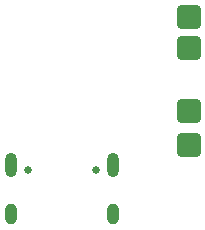
<source format=gbr>
%TF.GenerationSoftware,KiCad,Pcbnew,8.0.3-8.0.3-0~ubuntu24.04.1*%
%TF.CreationDate,2024-07-12T17:05:18+02:00*%
%TF.ProjectId,erace-rx-v2,65726163-652d-4727-982d-76322e6b6963,rev?*%
%TF.SameCoordinates,Original*%
%TF.FileFunction,Soldermask,Bot*%
%TF.FilePolarity,Negative*%
%FSLAX46Y46*%
G04 Gerber Fmt 4.6, Leading zero omitted, Abs format (unit mm)*
G04 Created by KiCad (PCBNEW 8.0.3-8.0.3-0~ubuntu24.04.1) date 2024-07-12 17:05:18*
%MOMM*%
%LPD*%
G01*
G04 APERTURE LIST*
G04 Aperture macros list*
%AMRoundRect*
0 Rectangle with rounded corners*
0 $1 Rounding radius*
0 $2 $3 $4 $5 $6 $7 $8 $9 X,Y pos of 4 corners*
0 Add a 4 corners polygon primitive as box body*
4,1,4,$2,$3,$4,$5,$6,$7,$8,$9,$2,$3,0*
0 Add four circle primitives for the rounded corners*
1,1,$1+$1,$2,$3*
1,1,$1+$1,$4,$5*
1,1,$1+$1,$6,$7*
1,1,$1+$1,$8,$9*
0 Add four rect primitives between the rounded corners*
20,1,$1+$1,$2,$3,$4,$5,0*
20,1,$1+$1,$4,$5,$6,$7,0*
20,1,$1+$1,$6,$7,$8,$9,0*
20,1,$1+$1,$8,$9,$2,$3,0*%
G04 Aperture macros list end*
%ADD10C,0.650000*%
%ADD11O,1.000000X2.100000*%
%ADD12O,1.000000X1.800000*%
%ADD13RoundRect,0.300000X0.700000X0.700000X-0.700000X0.700000X-0.700000X-0.700000X0.700000X-0.700000X0*%
G04 APERTURE END LIST*
D10*
%TO.C,J2*%
X61880000Y-70510000D03*
X67660000Y-70510000D03*
D11*
X60450000Y-70040000D03*
D12*
X60450000Y-74190000D03*
D11*
X69090000Y-70040000D03*
D12*
X69090000Y-74190000D03*
%TD*%
D13*
%TO.C,P4*%
X75500000Y-65500000D03*
%TD*%
%TO.C,P2*%
X75500000Y-68400000D03*
%TD*%
%TO.C,P1*%
X75500000Y-57500000D03*
%TD*%
%TO.C,P3*%
X75500000Y-60170000D03*
%TD*%
M02*

</source>
